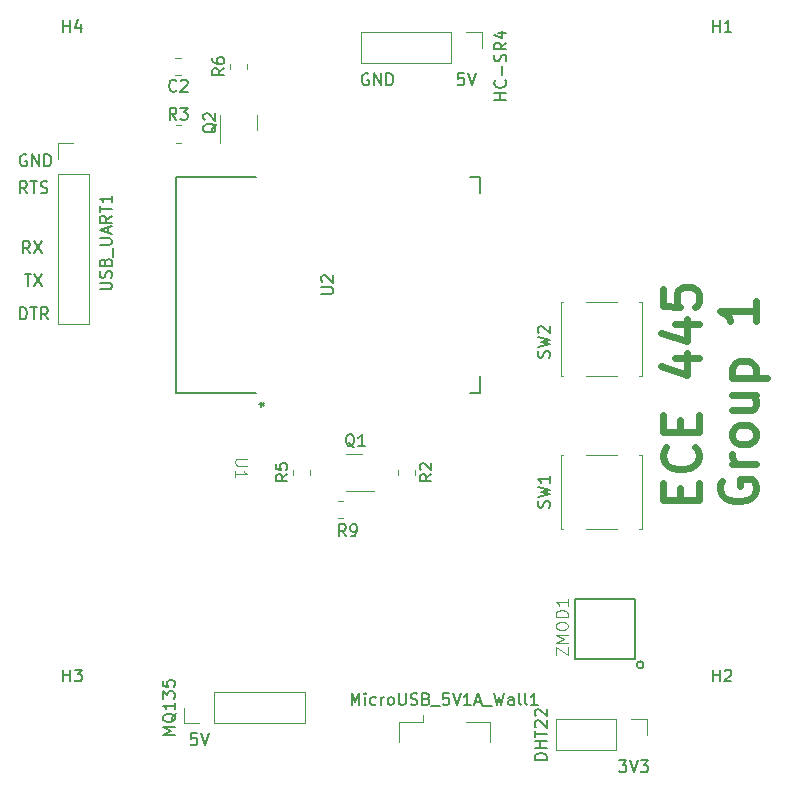
<source format=gbr>
%TF.GenerationSoftware,KiCad,Pcbnew,7.0.10*%
%TF.CreationDate,2024-02-24T20:42:51-06:00*%
%TF.ProjectId,ESP32,45535033-322e-46b6-9963-61645f706362,rev?*%
%TF.SameCoordinates,Original*%
%TF.FileFunction,Legend,Top*%
%TF.FilePolarity,Positive*%
%FSLAX46Y46*%
G04 Gerber Fmt 4.6, Leading zero omitted, Abs format (unit mm)*
G04 Created by KiCad (PCBNEW 7.0.10) date 2024-02-24 20:42:51*
%MOMM*%
%LPD*%
G01*
G04 APERTURE LIST*
%ADD10C,0.600000*%
%ADD11C,0.150000*%
%ADD12C,0.100000*%
%ADD13C,0.120000*%
%ADD14C,0.152400*%
G04 APERTURE END LIST*
D10*
X135948228Y-108872978D02*
X135948228Y-107872978D01*
X137519657Y-107444406D02*
X137519657Y-108872978D01*
X137519657Y-108872978D02*
X134519657Y-108872978D01*
X134519657Y-108872978D02*
X134519657Y-107444406D01*
X137233942Y-104444406D02*
X137376800Y-104587263D01*
X137376800Y-104587263D02*
X137519657Y-105015835D01*
X137519657Y-105015835D02*
X137519657Y-105301549D01*
X137519657Y-105301549D02*
X137376800Y-105730120D01*
X137376800Y-105730120D02*
X137091085Y-106015835D01*
X137091085Y-106015835D02*
X136805371Y-106158692D01*
X136805371Y-106158692D02*
X136233942Y-106301549D01*
X136233942Y-106301549D02*
X135805371Y-106301549D01*
X135805371Y-106301549D02*
X135233942Y-106158692D01*
X135233942Y-106158692D02*
X134948228Y-106015835D01*
X134948228Y-106015835D02*
X134662514Y-105730120D01*
X134662514Y-105730120D02*
X134519657Y-105301549D01*
X134519657Y-105301549D02*
X134519657Y-105015835D01*
X134519657Y-105015835D02*
X134662514Y-104587263D01*
X134662514Y-104587263D02*
X134805371Y-104444406D01*
X135948228Y-103158692D02*
X135948228Y-102158692D01*
X137519657Y-101730120D02*
X137519657Y-103158692D01*
X137519657Y-103158692D02*
X134519657Y-103158692D01*
X134519657Y-103158692D02*
X134519657Y-101730120D01*
X135519657Y-96872978D02*
X137519657Y-96872978D01*
X134376800Y-97587263D02*
X136519657Y-98301549D01*
X136519657Y-98301549D02*
X136519657Y-96444406D01*
X135519657Y-94015835D02*
X137519657Y-94015835D01*
X134376800Y-94730120D02*
X136519657Y-95444406D01*
X136519657Y-95444406D02*
X136519657Y-93587263D01*
X134519657Y-91015834D02*
X134519657Y-92444406D01*
X134519657Y-92444406D02*
X135948228Y-92587263D01*
X135948228Y-92587263D02*
X135805371Y-92444406D01*
X135805371Y-92444406D02*
X135662514Y-92158692D01*
X135662514Y-92158692D02*
X135662514Y-91444406D01*
X135662514Y-91444406D02*
X135805371Y-91158692D01*
X135805371Y-91158692D02*
X135948228Y-91015834D01*
X135948228Y-91015834D02*
X136233942Y-90872977D01*
X136233942Y-90872977D02*
X136948228Y-90872977D01*
X136948228Y-90872977D02*
X137233942Y-91015834D01*
X137233942Y-91015834D02*
X137376800Y-91158692D01*
X137376800Y-91158692D02*
X137519657Y-91444406D01*
X137519657Y-91444406D02*
X137519657Y-92158692D01*
X137519657Y-92158692D02*
X137376800Y-92444406D01*
X137376800Y-92444406D02*
X137233942Y-92587263D01*
X139492514Y-107301549D02*
X139349657Y-107587264D01*
X139349657Y-107587264D02*
X139349657Y-108015835D01*
X139349657Y-108015835D02*
X139492514Y-108444406D01*
X139492514Y-108444406D02*
X139778228Y-108730121D01*
X139778228Y-108730121D02*
X140063942Y-108872978D01*
X140063942Y-108872978D02*
X140635371Y-109015835D01*
X140635371Y-109015835D02*
X141063942Y-109015835D01*
X141063942Y-109015835D02*
X141635371Y-108872978D01*
X141635371Y-108872978D02*
X141921085Y-108730121D01*
X141921085Y-108730121D02*
X142206800Y-108444406D01*
X142206800Y-108444406D02*
X142349657Y-108015835D01*
X142349657Y-108015835D02*
X142349657Y-107730121D01*
X142349657Y-107730121D02*
X142206800Y-107301549D01*
X142206800Y-107301549D02*
X142063942Y-107158692D01*
X142063942Y-107158692D02*
X141063942Y-107158692D01*
X141063942Y-107158692D02*
X141063942Y-107730121D01*
X142349657Y-105872978D02*
X140349657Y-105872978D01*
X140921085Y-105872978D02*
X140635371Y-105730121D01*
X140635371Y-105730121D02*
X140492514Y-105587264D01*
X140492514Y-105587264D02*
X140349657Y-105301549D01*
X140349657Y-105301549D02*
X140349657Y-105015835D01*
X142349657Y-103587263D02*
X142206800Y-103872978D01*
X142206800Y-103872978D02*
X142063942Y-104015835D01*
X142063942Y-104015835D02*
X141778228Y-104158692D01*
X141778228Y-104158692D02*
X140921085Y-104158692D01*
X140921085Y-104158692D02*
X140635371Y-104015835D01*
X140635371Y-104015835D02*
X140492514Y-103872978D01*
X140492514Y-103872978D02*
X140349657Y-103587263D01*
X140349657Y-103587263D02*
X140349657Y-103158692D01*
X140349657Y-103158692D02*
X140492514Y-102872978D01*
X140492514Y-102872978D02*
X140635371Y-102730121D01*
X140635371Y-102730121D02*
X140921085Y-102587263D01*
X140921085Y-102587263D02*
X141778228Y-102587263D01*
X141778228Y-102587263D02*
X142063942Y-102730121D01*
X142063942Y-102730121D02*
X142206800Y-102872978D01*
X142206800Y-102872978D02*
X142349657Y-103158692D01*
X142349657Y-103158692D02*
X142349657Y-103587263D01*
X140349657Y-100015835D02*
X142349657Y-100015835D01*
X140349657Y-101301549D02*
X141921085Y-101301549D01*
X141921085Y-101301549D02*
X142206800Y-101158692D01*
X142206800Y-101158692D02*
X142349657Y-100872977D01*
X142349657Y-100872977D02*
X142349657Y-100444406D01*
X142349657Y-100444406D02*
X142206800Y-100158692D01*
X142206800Y-100158692D02*
X142063942Y-100015835D01*
X140349657Y-98587263D02*
X143349657Y-98587263D01*
X140492514Y-98587263D02*
X140349657Y-98301549D01*
X140349657Y-98301549D02*
X140349657Y-97730120D01*
X140349657Y-97730120D02*
X140492514Y-97444406D01*
X140492514Y-97444406D02*
X140635371Y-97301549D01*
X140635371Y-97301549D02*
X140921085Y-97158691D01*
X140921085Y-97158691D02*
X141778228Y-97158691D01*
X141778228Y-97158691D02*
X142063942Y-97301549D01*
X142063942Y-97301549D02*
X142206800Y-97444406D01*
X142206800Y-97444406D02*
X142349657Y-97730120D01*
X142349657Y-97730120D02*
X142349657Y-98301549D01*
X142349657Y-98301549D02*
X142206800Y-98587263D01*
X142349657Y-92015834D02*
X142349657Y-93730120D01*
X142349657Y-92872977D02*
X139349657Y-92872977D01*
X139349657Y-92872977D02*
X139778228Y-93158691D01*
X139778228Y-93158691D02*
X140063942Y-93444406D01*
X140063942Y-93444406D02*
X140206800Y-93730120D01*
D11*
X130797541Y-130949819D02*
X131416588Y-130949819D01*
X131416588Y-130949819D02*
X131083255Y-131330771D01*
X131083255Y-131330771D02*
X131226112Y-131330771D01*
X131226112Y-131330771D02*
X131321350Y-131378390D01*
X131321350Y-131378390D02*
X131368969Y-131426009D01*
X131368969Y-131426009D02*
X131416588Y-131521247D01*
X131416588Y-131521247D02*
X131416588Y-131759342D01*
X131416588Y-131759342D02*
X131368969Y-131854580D01*
X131368969Y-131854580D02*
X131321350Y-131902200D01*
X131321350Y-131902200D02*
X131226112Y-131949819D01*
X131226112Y-131949819D02*
X130940398Y-131949819D01*
X130940398Y-131949819D02*
X130845160Y-131902200D01*
X130845160Y-131902200D02*
X130797541Y-131854580D01*
X131702303Y-130949819D02*
X132035636Y-131949819D01*
X132035636Y-131949819D02*
X132368969Y-130949819D01*
X132607065Y-130949819D02*
X133226112Y-130949819D01*
X133226112Y-130949819D02*
X132892779Y-131330771D01*
X132892779Y-131330771D02*
X133035636Y-131330771D01*
X133035636Y-131330771D02*
X133130874Y-131378390D01*
X133130874Y-131378390D02*
X133178493Y-131426009D01*
X133178493Y-131426009D02*
X133226112Y-131521247D01*
X133226112Y-131521247D02*
X133226112Y-131759342D01*
X133226112Y-131759342D02*
X133178493Y-131854580D01*
X133178493Y-131854580D02*
X133130874Y-131902200D01*
X133130874Y-131902200D02*
X133035636Y-131949819D01*
X133035636Y-131949819D02*
X132749922Y-131949819D01*
X132749922Y-131949819D02*
X132654684Y-131902200D01*
X132654684Y-131902200D02*
X132607065Y-131854580D01*
X95046969Y-128663819D02*
X94570779Y-128663819D01*
X94570779Y-128663819D02*
X94523160Y-129140009D01*
X94523160Y-129140009D02*
X94570779Y-129092390D01*
X94570779Y-129092390D02*
X94666017Y-129044771D01*
X94666017Y-129044771D02*
X94904112Y-129044771D01*
X94904112Y-129044771D02*
X94999350Y-129092390D01*
X94999350Y-129092390D02*
X95046969Y-129140009D01*
X95046969Y-129140009D02*
X95094588Y-129235247D01*
X95094588Y-129235247D02*
X95094588Y-129473342D01*
X95094588Y-129473342D02*
X95046969Y-129568580D01*
X95046969Y-129568580D02*
X94999350Y-129616200D01*
X94999350Y-129616200D02*
X94904112Y-129663819D01*
X94904112Y-129663819D02*
X94666017Y-129663819D01*
X94666017Y-129663819D02*
X94570779Y-129616200D01*
X94570779Y-129616200D02*
X94523160Y-129568580D01*
X95380303Y-128663819D02*
X95713636Y-129663819D01*
X95713636Y-129663819D02*
X96046969Y-128663819D01*
X117652969Y-72783819D02*
X117176779Y-72783819D01*
X117176779Y-72783819D02*
X117129160Y-73260009D01*
X117129160Y-73260009D02*
X117176779Y-73212390D01*
X117176779Y-73212390D02*
X117272017Y-73164771D01*
X117272017Y-73164771D02*
X117510112Y-73164771D01*
X117510112Y-73164771D02*
X117605350Y-73212390D01*
X117605350Y-73212390D02*
X117652969Y-73260009D01*
X117652969Y-73260009D02*
X117700588Y-73355247D01*
X117700588Y-73355247D02*
X117700588Y-73593342D01*
X117700588Y-73593342D02*
X117652969Y-73688580D01*
X117652969Y-73688580D02*
X117605350Y-73736200D01*
X117605350Y-73736200D02*
X117510112Y-73783819D01*
X117510112Y-73783819D02*
X117272017Y-73783819D01*
X117272017Y-73783819D02*
X117176779Y-73736200D01*
X117176779Y-73736200D02*
X117129160Y-73688580D01*
X117986303Y-72783819D02*
X118319636Y-73783819D01*
X118319636Y-73783819D02*
X118652969Y-72783819D01*
X109572588Y-72831438D02*
X109477350Y-72783819D01*
X109477350Y-72783819D02*
X109334493Y-72783819D01*
X109334493Y-72783819D02*
X109191636Y-72831438D01*
X109191636Y-72831438D02*
X109096398Y-72926676D01*
X109096398Y-72926676D02*
X109048779Y-73021914D01*
X109048779Y-73021914D02*
X109001160Y-73212390D01*
X109001160Y-73212390D02*
X109001160Y-73355247D01*
X109001160Y-73355247D02*
X109048779Y-73545723D01*
X109048779Y-73545723D02*
X109096398Y-73640961D01*
X109096398Y-73640961D02*
X109191636Y-73736200D01*
X109191636Y-73736200D02*
X109334493Y-73783819D01*
X109334493Y-73783819D02*
X109429731Y-73783819D01*
X109429731Y-73783819D02*
X109572588Y-73736200D01*
X109572588Y-73736200D02*
X109620207Y-73688580D01*
X109620207Y-73688580D02*
X109620207Y-73355247D01*
X109620207Y-73355247D02*
X109429731Y-73355247D01*
X110048779Y-73783819D02*
X110048779Y-72783819D01*
X110048779Y-72783819D02*
X110620207Y-73783819D01*
X110620207Y-73783819D02*
X110620207Y-72783819D01*
X111096398Y-73783819D02*
X111096398Y-72783819D01*
X111096398Y-72783819D02*
X111334493Y-72783819D01*
X111334493Y-72783819D02*
X111477350Y-72831438D01*
X111477350Y-72831438D02*
X111572588Y-72926676D01*
X111572588Y-72926676D02*
X111620207Y-73021914D01*
X111620207Y-73021914D02*
X111667826Y-73212390D01*
X111667826Y-73212390D02*
X111667826Y-73355247D01*
X111667826Y-73355247D02*
X111620207Y-73545723D01*
X111620207Y-73545723D02*
X111572588Y-73640961D01*
X111572588Y-73640961D02*
X111477350Y-73736200D01*
X111477350Y-73736200D02*
X111334493Y-73783819D01*
X111334493Y-73783819D02*
X111096398Y-73783819D01*
X80616588Y-79689438D02*
X80521350Y-79641819D01*
X80521350Y-79641819D02*
X80378493Y-79641819D01*
X80378493Y-79641819D02*
X80235636Y-79689438D01*
X80235636Y-79689438D02*
X80140398Y-79784676D01*
X80140398Y-79784676D02*
X80092779Y-79879914D01*
X80092779Y-79879914D02*
X80045160Y-80070390D01*
X80045160Y-80070390D02*
X80045160Y-80213247D01*
X80045160Y-80213247D02*
X80092779Y-80403723D01*
X80092779Y-80403723D02*
X80140398Y-80498961D01*
X80140398Y-80498961D02*
X80235636Y-80594200D01*
X80235636Y-80594200D02*
X80378493Y-80641819D01*
X80378493Y-80641819D02*
X80473731Y-80641819D01*
X80473731Y-80641819D02*
X80616588Y-80594200D01*
X80616588Y-80594200D02*
X80664207Y-80546580D01*
X80664207Y-80546580D02*
X80664207Y-80213247D01*
X80664207Y-80213247D02*
X80473731Y-80213247D01*
X81092779Y-80641819D02*
X81092779Y-79641819D01*
X81092779Y-79641819D02*
X81664207Y-80641819D01*
X81664207Y-80641819D02*
X81664207Y-79641819D01*
X82140398Y-80641819D02*
X82140398Y-79641819D01*
X82140398Y-79641819D02*
X82378493Y-79641819D01*
X82378493Y-79641819D02*
X82521350Y-79689438D01*
X82521350Y-79689438D02*
X82616588Y-79784676D01*
X82616588Y-79784676D02*
X82664207Y-79879914D01*
X82664207Y-79879914D02*
X82711826Y-80070390D01*
X82711826Y-80070390D02*
X82711826Y-80213247D01*
X82711826Y-80213247D02*
X82664207Y-80403723D01*
X82664207Y-80403723D02*
X82616588Y-80498961D01*
X82616588Y-80498961D02*
X82521350Y-80594200D01*
X82521350Y-80594200D02*
X82378493Y-80641819D01*
X82378493Y-80641819D02*
X82140398Y-80641819D01*
X80092779Y-93595819D02*
X80092779Y-92595819D01*
X80092779Y-92595819D02*
X80330874Y-92595819D01*
X80330874Y-92595819D02*
X80473731Y-92643438D01*
X80473731Y-92643438D02*
X80568969Y-92738676D01*
X80568969Y-92738676D02*
X80616588Y-92833914D01*
X80616588Y-92833914D02*
X80664207Y-93024390D01*
X80664207Y-93024390D02*
X80664207Y-93167247D01*
X80664207Y-93167247D02*
X80616588Y-93357723D01*
X80616588Y-93357723D02*
X80568969Y-93452961D01*
X80568969Y-93452961D02*
X80473731Y-93548200D01*
X80473731Y-93548200D02*
X80330874Y-93595819D01*
X80330874Y-93595819D02*
X80092779Y-93595819D01*
X80949922Y-92595819D02*
X81521350Y-92595819D01*
X81235636Y-93595819D02*
X81235636Y-92595819D01*
X82426112Y-93595819D02*
X82092779Y-93119628D01*
X81854684Y-93595819D02*
X81854684Y-92595819D01*
X81854684Y-92595819D02*
X82235636Y-92595819D01*
X82235636Y-92595819D02*
X82330874Y-92643438D01*
X82330874Y-92643438D02*
X82378493Y-92691057D01*
X82378493Y-92691057D02*
X82426112Y-92786295D01*
X82426112Y-92786295D02*
X82426112Y-92929152D01*
X82426112Y-92929152D02*
X82378493Y-93024390D01*
X82378493Y-93024390D02*
X82330874Y-93072009D01*
X82330874Y-93072009D02*
X82235636Y-93119628D01*
X82235636Y-93119628D02*
X81854684Y-93119628D01*
X80457922Y-89801819D02*
X81029350Y-89801819D01*
X80743636Y-90801819D02*
X80743636Y-89801819D01*
X81267446Y-89801819D02*
X81934112Y-90801819D01*
X81934112Y-89801819D02*
X81267446Y-90801819D01*
X80918207Y-88007819D02*
X80584874Y-87531628D01*
X80346779Y-88007819D02*
X80346779Y-87007819D01*
X80346779Y-87007819D02*
X80727731Y-87007819D01*
X80727731Y-87007819D02*
X80822969Y-87055438D01*
X80822969Y-87055438D02*
X80870588Y-87103057D01*
X80870588Y-87103057D02*
X80918207Y-87198295D01*
X80918207Y-87198295D02*
X80918207Y-87341152D01*
X80918207Y-87341152D02*
X80870588Y-87436390D01*
X80870588Y-87436390D02*
X80822969Y-87484009D01*
X80822969Y-87484009D02*
X80727731Y-87531628D01*
X80727731Y-87531628D02*
X80346779Y-87531628D01*
X81251541Y-87007819D02*
X81918207Y-88007819D01*
X81918207Y-87007819D02*
X81251541Y-88007819D01*
X80664207Y-82927819D02*
X80330874Y-82451628D01*
X80092779Y-82927819D02*
X80092779Y-81927819D01*
X80092779Y-81927819D02*
X80473731Y-81927819D01*
X80473731Y-81927819D02*
X80568969Y-81975438D01*
X80568969Y-81975438D02*
X80616588Y-82023057D01*
X80616588Y-82023057D02*
X80664207Y-82118295D01*
X80664207Y-82118295D02*
X80664207Y-82261152D01*
X80664207Y-82261152D02*
X80616588Y-82356390D01*
X80616588Y-82356390D02*
X80568969Y-82404009D01*
X80568969Y-82404009D02*
X80473731Y-82451628D01*
X80473731Y-82451628D02*
X80092779Y-82451628D01*
X80949922Y-81927819D02*
X81521350Y-81927819D01*
X81235636Y-82927819D02*
X81235636Y-81927819D01*
X81807065Y-82880200D02*
X81949922Y-82927819D01*
X81949922Y-82927819D02*
X82188017Y-82927819D01*
X82188017Y-82927819D02*
X82283255Y-82880200D01*
X82283255Y-82880200D02*
X82330874Y-82832580D01*
X82330874Y-82832580D02*
X82378493Y-82737342D01*
X82378493Y-82737342D02*
X82378493Y-82642104D01*
X82378493Y-82642104D02*
X82330874Y-82546866D01*
X82330874Y-82546866D02*
X82283255Y-82499247D01*
X82283255Y-82499247D02*
X82188017Y-82451628D01*
X82188017Y-82451628D02*
X81997541Y-82404009D01*
X81997541Y-82404009D02*
X81902303Y-82356390D01*
X81902303Y-82356390D02*
X81854684Y-82308771D01*
X81854684Y-82308771D02*
X81807065Y-82213533D01*
X81807065Y-82213533D02*
X81807065Y-82118295D01*
X81807065Y-82118295D02*
X81854684Y-82023057D01*
X81854684Y-82023057D02*
X81902303Y-81975438D01*
X81902303Y-81975438D02*
X81997541Y-81927819D01*
X81997541Y-81927819D02*
X82235636Y-81927819D01*
X82235636Y-81927819D02*
X82378493Y-81975438D01*
X108142856Y-126254819D02*
X108142856Y-125254819D01*
X108142856Y-125254819D02*
X108476189Y-125969104D01*
X108476189Y-125969104D02*
X108809522Y-125254819D01*
X108809522Y-125254819D02*
X108809522Y-126254819D01*
X109285713Y-126254819D02*
X109285713Y-125588152D01*
X109285713Y-125254819D02*
X109238094Y-125302438D01*
X109238094Y-125302438D02*
X109285713Y-125350057D01*
X109285713Y-125350057D02*
X109333332Y-125302438D01*
X109333332Y-125302438D02*
X109285713Y-125254819D01*
X109285713Y-125254819D02*
X109285713Y-125350057D01*
X110190474Y-126207200D02*
X110095236Y-126254819D01*
X110095236Y-126254819D02*
X109904760Y-126254819D01*
X109904760Y-126254819D02*
X109809522Y-126207200D01*
X109809522Y-126207200D02*
X109761903Y-126159580D01*
X109761903Y-126159580D02*
X109714284Y-126064342D01*
X109714284Y-126064342D02*
X109714284Y-125778628D01*
X109714284Y-125778628D02*
X109761903Y-125683390D01*
X109761903Y-125683390D02*
X109809522Y-125635771D01*
X109809522Y-125635771D02*
X109904760Y-125588152D01*
X109904760Y-125588152D02*
X110095236Y-125588152D01*
X110095236Y-125588152D02*
X110190474Y-125635771D01*
X110619046Y-126254819D02*
X110619046Y-125588152D01*
X110619046Y-125778628D02*
X110666665Y-125683390D01*
X110666665Y-125683390D02*
X110714284Y-125635771D01*
X110714284Y-125635771D02*
X110809522Y-125588152D01*
X110809522Y-125588152D02*
X110904760Y-125588152D01*
X111380951Y-126254819D02*
X111285713Y-126207200D01*
X111285713Y-126207200D02*
X111238094Y-126159580D01*
X111238094Y-126159580D02*
X111190475Y-126064342D01*
X111190475Y-126064342D02*
X111190475Y-125778628D01*
X111190475Y-125778628D02*
X111238094Y-125683390D01*
X111238094Y-125683390D02*
X111285713Y-125635771D01*
X111285713Y-125635771D02*
X111380951Y-125588152D01*
X111380951Y-125588152D02*
X111523808Y-125588152D01*
X111523808Y-125588152D02*
X111619046Y-125635771D01*
X111619046Y-125635771D02*
X111666665Y-125683390D01*
X111666665Y-125683390D02*
X111714284Y-125778628D01*
X111714284Y-125778628D02*
X111714284Y-126064342D01*
X111714284Y-126064342D02*
X111666665Y-126159580D01*
X111666665Y-126159580D02*
X111619046Y-126207200D01*
X111619046Y-126207200D02*
X111523808Y-126254819D01*
X111523808Y-126254819D02*
X111380951Y-126254819D01*
X112142856Y-125254819D02*
X112142856Y-126064342D01*
X112142856Y-126064342D02*
X112190475Y-126159580D01*
X112190475Y-126159580D02*
X112238094Y-126207200D01*
X112238094Y-126207200D02*
X112333332Y-126254819D01*
X112333332Y-126254819D02*
X112523808Y-126254819D01*
X112523808Y-126254819D02*
X112619046Y-126207200D01*
X112619046Y-126207200D02*
X112666665Y-126159580D01*
X112666665Y-126159580D02*
X112714284Y-126064342D01*
X112714284Y-126064342D02*
X112714284Y-125254819D01*
X113142856Y-126207200D02*
X113285713Y-126254819D01*
X113285713Y-126254819D02*
X113523808Y-126254819D01*
X113523808Y-126254819D02*
X113619046Y-126207200D01*
X113619046Y-126207200D02*
X113666665Y-126159580D01*
X113666665Y-126159580D02*
X113714284Y-126064342D01*
X113714284Y-126064342D02*
X113714284Y-125969104D01*
X113714284Y-125969104D02*
X113666665Y-125873866D01*
X113666665Y-125873866D02*
X113619046Y-125826247D01*
X113619046Y-125826247D02*
X113523808Y-125778628D01*
X113523808Y-125778628D02*
X113333332Y-125731009D01*
X113333332Y-125731009D02*
X113238094Y-125683390D01*
X113238094Y-125683390D02*
X113190475Y-125635771D01*
X113190475Y-125635771D02*
X113142856Y-125540533D01*
X113142856Y-125540533D02*
X113142856Y-125445295D01*
X113142856Y-125445295D02*
X113190475Y-125350057D01*
X113190475Y-125350057D02*
X113238094Y-125302438D01*
X113238094Y-125302438D02*
X113333332Y-125254819D01*
X113333332Y-125254819D02*
X113571427Y-125254819D01*
X113571427Y-125254819D02*
X113714284Y-125302438D01*
X114476189Y-125731009D02*
X114619046Y-125778628D01*
X114619046Y-125778628D02*
X114666665Y-125826247D01*
X114666665Y-125826247D02*
X114714284Y-125921485D01*
X114714284Y-125921485D02*
X114714284Y-126064342D01*
X114714284Y-126064342D02*
X114666665Y-126159580D01*
X114666665Y-126159580D02*
X114619046Y-126207200D01*
X114619046Y-126207200D02*
X114523808Y-126254819D01*
X114523808Y-126254819D02*
X114142856Y-126254819D01*
X114142856Y-126254819D02*
X114142856Y-125254819D01*
X114142856Y-125254819D02*
X114476189Y-125254819D01*
X114476189Y-125254819D02*
X114571427Y-125302438D01*
X114571427Y-125302438D02*
X114619046Y-125350057D01*
X114619046Y-125350057D02*
X114666665Y-125445295D01*
X114666665Y-125445295D02*
X114666665Y-125540533D01*
X114666665Y-125540533D02*
X114619046Y-125635771D01*
X114619046Y-125635771D02*
X114571427Y-125683390D01*
X114571427Y-125683390D02*
X114476189Y-125731009D01*
X114476189Y-125731009D02*
X114142856Y-125731009D01*
X114904761Y-126350057D02*
X115666665Y-126350057D01*
X116380951Y-125254819D02*
X115904761Y-125254819D01*
X115904761Y-125254819D02*
X115857142Y-125731009D01*
X115857142Y-125731009D02*
X115904761Y-125683390D01*
X115904761Y-125683390D02*
X115999999Y-125635771D01*
X115999999Y-125635771D02*
X116238094Y-125635771D01*
X116238094Y-125635771D02*
X116333332Y-125683390D01*
X116333332Y-125683390D02*
X116380951Y-125731009D01*
X116380951Y-125731009D02*
X116428570Y-125826247D01*
X116428570Y-125826247D02*
X116428570Y-126064342D01*
X116428570Y-126064342D02*
X116380951Y-126159580D01*
X116380951Y-126159580D02*
X116333332Y-126207200D01*
X116333332Y-126207200D02*
X116238094Y-126254819D01*
X116238094Y-126254819D02*
X115999999Y-126254819D01*
X115999999Y-126254819D02*
X115904761Y-126207200D01*
X115904761Y-126207200D02*
X115857142Y-126159580D01*
X116714285Y-125254819D02*
X117047618Y-126254819D01*
X117047618Y-126254819D02*
X117380951Y-125254819D01*
X118238094Y-126254819D02*
X117666666Y-126254819D01*
X117952380Y-126254819D02*
X117952380Y-125254819D01*
X117952380Y-125254819D02*
X117857142Y-125397676D01*
X117857142Y-125397676D02*
X117761904Y-125492914D01*
X117761904Y-125492914D02*
X117666666Y-125540533D01*
X118619047Y-125969104D02*
X119095237Y-125969104D01*
X118523809Y-126254819D02*
X118857142Y-125254819D01*
X118857142Y-125254819D02*
X119190475Y-126254819D01*
X119285714Y-126350057D02*
X120047618Y-126350057D01*
X120190476Y-125254819D02*
X120428571Y-126254819D01*
X120428571Y-126254819D02*
X120619047Y-125540533D01*
X120619047Y-125540533D02*
X120809523Y-126254819D01*
X120809523Y-126254819D02*
X121047619Y-125254819D01*
X121857142Y-126254819D02*
X121857142Y-125731009D01*
X121857142Y-125731009D02*
X121809523Y-125635771D01*
X121809523Y-125635771D02*
X121714285Y-125588152D01*
X121714285Y-125588152D02*
X121523809Y-125588152D01*
X121523809Y-125588152D02*
X121428571Y-125635771D01*
X121857142Y-126207200D02*
X121761904Y-126254819D01*
X121761904Y-126254819D02*
X121523809Y-126254819D01*
X121523809Y-126254819D02*
X121428571Y-126207200D01*
X121428571Y-126207200D02*
X121380952Y-126111961D01*
X121380952Y-126111961D02*
X121380952Y-126016723D01*
X121380952Y-126016723D02*
X121428571Y-125921485D01*
X121428571Y-125921485D02*
X121523809Y-125873866D01*
X121523809Y-125873866D02*
X121761904Y-125873866D01*
X121761904Y-125873866D02*
X121857142Y-125826247D01*
X122476190Y-126254819D02*
X122380952Y-126207200D01*
X122380952Y-126207200D02*
X122333333Y-126111961D01*
X122333333Y-126111961D02*
X122333333Y-125254819D01*
X123000000Y-126254819D02*
X122904762Y-126207200D01*
X122904762Y-126207200D02*
X122857143Y-126111961D01*
X122857143Y-126111961D02*
X122857143Y-125254819D01*
X123904762Y-126254819D02*
X123333334Y-126254819D01*
X123619048Y-126254819D02*
X123619048Y-125254819D01*
X123619048Y-125254819D02*
X123523810Y-125397676D01*
X123523810Y-125397676D02*
X123428572Y-125492914D01*
X123428572Y-125492914D02*
X123333334Y-125540533D01*
X83738095Y-69254819D02*
X83738095Y-68254819D01*
X83738095Y-68731009D02*
X84309523Y-68731009D01*
X84309523Y-69254819D02*
X84309523Y-68254819D01*
X85214285Y-68588152D02*
X85214285Y-69254819D01*
X84976190Y-68207200D02*
X84738095Y-68921485D01*
X84738095Y-68921485D02*
X85357142Y-68921485D01*
X83738095Y-124254819D02*
X83738095Y-123254819D01*
X83738095Y-123731009D02*
X84309523Y-123731009D01*
X84309523Y-124254819D02*
X84309523Y-123254819D01*
X84690476Y-123254819D02*
X85309523Y-123254819D01*
X85309523Y-123254819D02*
X84976190Y-123635771D01*
X84976190Y-123635771D02*
X85119047Y-123635771D01*
X85119047Y-123635771D02*
X85214285Y-123683390D01*
X85214285Y-123683390D02*
X85261904Y-123731009D01*
X85261904Y-123731009D02*
X85309523Y-123826247D01*
X85309523Y-123826247D02*
X85309523Y-124064342D01*
X85309523Y-124064342D02*
X85261904Y-124159580D01*
X85261904Y-124159580D02*
X85214285Y-124207200D01*
X85214285Y-124207200D02*
X85119047Y-124254819D01*
X85119047Y-124254819D02*
X84833333Y-124254819D01*
X84833333Y-124254819D02*
X84738095Y-124207200D01*
X84738095Y-124207200D02*
X84690476Y-124159580D01*
X138738095Y-124254819D02*
X138738095Y-123254819D01*
X138738095Y-123731009D02*
X139309523Y-123731009D01*
X139309523Y-124254819D02*
X139309523Y-123254819D01*
X139738095Y-123350057D02*
X139785714Y-123302438D01*
X139785714Y-123302438D02*
X139880952Y-123254819D01*
X139880952Y-123254819D02*
X140119047Y-123254819D01*
X140119047Y-123254819D02*
X140214285Y-123302438D01*
X140214285Y-123302438D02*
X140261904Y-123350057D01*
X140261904Y-123350057D02*
X140309523Y-123445295D01*
X140309523Y-123445295D02*
X140309523Y-123540533D01*
X140309523Y-123540533D02*
X140261904Y-123683390D01*
X140261904Y-123683390D02*
X139690476Y-124254819D01*
X139690476Y-124254819D02*
X140309523Y-124254819D01*
X138738095Y-69254819D02*
X138738095Y-68254819D01*
X138738095Y-68731009D02*
X139309523Y-68731009D01*
X139309523Y-69254819D02*
X139309523Y-68254819D01*
X140309523Y-69254819D02*
X139738095Y-69254819D01*
X140023809Y-69254819D02*
X140023809Y-68254819D01*
X140023809Y-68254819D02*
X139928571Y-68397676D01*
X139928571Y-68397676D02*
X139833333Y-68492914D01*
X139833333Y-68492914D02*
X139738095Y-68540533D01*
X124660819Y-130897047D02*
X123660819Y-130897047D01*
X123660819Y-130897047D02*
X123660819Y-130658952D01*
X123660819Y-130658952D02*
X123708438Y-130516095D01*
X123708438Y-130516095D02*
X123803676Y-130420857D01*
X123803676Y-130420857D02*
X123898914Y-130373238D01*
X123898914Y-130373238D02*
X124089390Y-130325619D01*
X124089390Y-130325619D02*
X124232247Y-130325619D01*
X124232247Y-130325619D02*
X124422723Y-130373238D01*
X124422723Y-130373238D02*
X124517961Y-130420857D01*
X124517961Y-130420857D02*
X124613200Y-130516095D01*
X124613200Y-130516095D02*
X124660819Y-130658952D01*
X124660819Y-130658952D02*
X124660819Y-130897047D01*
X124660819Y-129897047D02*
X123660819Y-129897047D01*
X124137009Y-129897047D02*
X124137009Y-129325619D01*
X124660819Y-129325619D02*
X123660819Y-129325619D01*
X123660819Y-128992285D02*
X123660819Y-128420857D01*
X124660819Y-128706571D02*
X123660819Y-128706571D01*
X123756057Y-128135142D02*
X123708438Y-128087523D01*
X123708438Y-128087523D02*
X123660819Y-127992285D01*
X123660819Y-127992285D02*
X123660819Y-127754190D01*
X123660819Y-127754190D02*
X123708438Y-127658952D01*
X123708438Y-127658952D02*
X123756057Y-127611333D01*
X123756057Y-127611333D02*
X123851295Y-127563714D01*
X123851295Y-127563714D02*
X123946533Y-127563714D01*
X123946533Y-127563714D02*
X124089390Y-127611333D01*
X124089390Y-127611333D02*
X124660819Y-128182761D01*
X124660819Y-128182761D02*
X124660819Y-127563714D01*
X123756057Y-127182761D02*
X123708438Y-127135142D01*
X123708438Y-127135142D02*
X123660819Y-127039904D01*
X123660819Y-127039904D02*
X123660819Y-126801809D01*
X123660819Y-126801809D02*
X123708438Y-126706571D01*
X123708438Y-126706571D02*
X123756057Y-126658952D01*
X123756057Y-126658952D02*
X123851295Y-126611333D01*
X123851295Y-126611333D02*
X123946533Y-126611333D01*
X123946533Y-126611333D02*
X124089390Y-126658952D01*
X124089390Y-126658952D02*
X124660819Y-127230380D01*
X124660819Y-127230380D02*
X124660819Y-126611333D01*
X102714319Y-106719666D02*
X102238128Y-107052999D01*
X102714319Y-107291094D02*
X101714319Y-107291094D01*
X101714319Y-107291094D02*
X101714319Y-106910142D01*
X101714319Y-106910142D02*
X101761938Y-106814904D01*
X101761938Y-106814904D02*
X101809557Y-106767285D01*
X101809557Y-106767285D02*
X101904795Y-106719666D01*
X101904795Y-106719666D02*
X102047652Y-106719666D01*
X102047652Y-106719666D02*
X102142890Y-106767285D01*
X102142890Y-106767285D02*
X102190509Y-106814904D01*
X102190509Y-106814904D02*
X102238128Y-106910142D01*
X102238128Y-106910142D02*
X102238128Y-107291094D01*
X101714319Y-105814904D02*
X101714319Y-106291094D01*
X101714319Y-106291094D02*
X102190509Y-106338713D01*
X102190509Y-106338713D02*
X102142890Y-106291094D01*
X102142890Y-106291094D02*
X102095271Y-106195856D01*
X102095271Y-106195856D02*
X102095271Y-105957761D01*
X102095271Y-105957761D02*
X102142890Y-105862523D01*
X102142890Y-105862523D02*
X102190509Y-105814904D01*
X102190509Y-105814904D02*
X102285747Y-105767285D01*
X102285747Y-105767285D02*
X102523842Y-105767285D01*
X102523842Y-105767285D02*
X102619080Y-105814904D01*
X102619080Y-105814904D02*
X102666700Y-105862523D01*
X102666700Y-105862523D02*
X102714319Y-105957761D01*
X102714319Y-105957761D02*
X102714319Y-106195856D01*
X102714319Y-106195856D02*
X102666700Y-106291094D01*
X102666700Y-106291094D02*
X102619080Y-106338713D01*
X96702057Y-77057238D02*
X96654438Y-77152476D01*
X96654438Y-77152476D02*
X96559200Y-77247714D01*
X96559200Y-77247714D02*
X96416342Y-77390571D01*
X96416342Y-77390571D02*
X96368723Y-77485809D01*
X96368723Y-77485809D02*
X96368723Y-77581047D01*
X96606819Y-77533428D02*
X96559200Y-77628666D01*
X96559200Y-77628666D02*
X96463961Y-77723904D01*
X96463961Y-77723904D02*
X96273485Y-77771523D01*
X96273485Y-77771523D02*
X95940152Y-77771523D01*
X95940152Y-77771523D02*
X95749676Y-77723904D01*
X95749676Y-77723904D02*
X95654438Y-77628666D01*
X95654438Y-77628666D02*
X95606819Y-77533428D01*
X95606819Y-77533428D02*
X95606819Y-77342952D01*
X95606819Y-77342952D02*
X95654438Y-77247714D01*
X95654438Y-77247714D02*
X95749676Y-77152476D01*
X95749676Y-77152476D02*
X95940152Y-77104857D01*
X95940152Y-77104857D02*
X96273485Y-77104857D01*
X96273485Y-77104857D02*
X96463961Y-77152476D01*
X96463961Y-77152476D02*
X96559200Y-77247714D01*
X96559200Y-77247714D02*
X96606819Y-77342952D01*
X96606819Y-77342952D02*
X96606819Y-77533428D01*
X95702057Y-76723904D02*
X95654438Y-76676285D01*
X95654438Y-76676285D02*
X95606819Y-76581047D01*
X95606819Y-76581047D02*
X95606819Y-76342952D01*
X95606819Y-76342952D02*
X95654438Y-76247714D01*
X95654438Y-76247714D02*
X95702057Y-76200095D01*
X95702057Y-76200095D02*
X95797295Y-76152476D01*
X95797295Y-76152476D02*
X95892533Y-76152476D01*
X95892533Y-76152476D02*
X96035390Y-76200095D01*
X96035390Y-76200095D02*
X96606819Y-76771523D01*
X96606819Y-76771523D02*
X96606819Y-76152476D01*
D12*
X125441419Y-122038761D02*
X125441419Y-121372095D01*
X125441419Y-121372095D02*
X126441419Y-122038761D01*
X126441419Y-122038761D02*
X126441419Y-121372095D01*
X126441419Y-120991142D02*
X125441419Y-120991142D01*
X125441419Y-120991142D02*
X126155704Y-120657809D01*
X126155704Y-120657809D02*
X125441419Y-120324476D01*
X125441419Y-120324476D02*
X126441419Y-120324476D01*
X125441419Y-119657809D02*
X125441419Y-119467333D01*
X125441419Y-119467333D02*
X125489038Y-119372095D01*
X125489038Y-119372095D02*
X125584276Y-119276857D01*
X125584276Y-119276857D02*
X125774752Y-119229238D01*
X125774752Y-119229238D02*
X126108085Y-119229238D01*
X126108085Y-119229238D02*
X126298561Y-119276857D01*
X126298561Y-119276857D02*
X126393800Y-119372095D01*
X126393800Y-119372095D02*
X126441419Y-119467333D01*
X126441419Y-119467333D02*
X126441419Y-119657809D01*
X126441419Y-119657809D02*
X126393800Y-119753047D01*
X126393800Y-119753047D02*
X126298561Y-119848285D01*
X126298561Y-119848285D02*
X126108085Y-119895904D01*
X126108085Y-119895904D02*
X125774752Y-119895904D01*
X125774752Y-119895904D02*
X125584276Y-119848285D01*
X125584276Y-119848285D02*
X125489038Y-119753047D01*
X125489038Y-119753047D02*
X125441419Y-119657809D01*
X126441419Y-118800666D02*
X125441419Y-118800666D01*
X125441419Y-118800666D02*
X125441419Y-118562571D01*
X125441419Y-118562571D02*
X125489038Y-118419714D01*
X125489038Y-118419714D02*
X125584276Y-118324476D01*
X125584276Y-118324476D02*
X125679514Y-118276857D01*
X125679514Y-118276857D02*
X125869990Y-118229238D01*
X125869990Y-118229238D02*
X126012847Y-118229238D01*
X126012847Y-118229238D02*
X126203323Y-118276857D01*
X126203323Y-118276857D02*
X126298561Y-118324476D01*
X126298561Y-118324476D02*
X126393800Y-118419714D01*
X126393800Y-118419714D02*
X126441419Y-118562571D01*
X126441419Y-118562571D02*
X126441419Y-118800666D01*
X126441419Y-117276857D02*
X126441419Y-117848285D01*
X126441419Y-117562571D02*
X125441419Y-117562571D01*
X125441419Y-117562571D02*
X125584276Y-117657809D01*
X125584276Y-117657809D02*
X125679514Y-117753047D01*
X125679514Y-117753047D02*
X125727133Y-117848285D01*
D11*
X105582819Y-91439904D02*
X106392342Y-91439904D01*
X106392342Y-91439904D02*
X106487580Y-91392285D01*
X106487580Y-91392285D02*
X106535200Y-91344666D01*
X106535200Y-91344666D02*
X106582819Y-91249428D01*
X106582819Y-91249428D02*
X106582819Y-91058952D01*
X106582819Y-91058952D02*
X106535200Y-90963714D01*
X106535200Y-90963714D02*
X106487580Y-90916095D01*
X106487580Y-90916095D02*
X106392342Y-90868476D01*
X106392342Y-90868476D02*
X105582819Y-90868476D01*
X105678057Y-90439904D02*
X105630438Y-90392285D01*
X105630438Y-90392285D02*
X105582819Y-90297047D01*
X105582819Y-90297047D02*
X105582819Y-90058952D01*
X105582819Y-90058952D02*
X105630438Y-89963714D01*
X105630438Y-89963714D02*
X105678057Y-89916095D01*
X105678057Y-89916095D02*
X105773295Y-89868476D01*
X105773295Y-89868476D02*
X105868533Y-89868476D01*
X105868533Y-89868476D02*
X106011390Y-89916095D01*
X106011390Y-89916095D02*
X106582819Y-90487523D01*
X106582819Y-90487523D02*
X106582819Y-89868476D01*
X100322819Y-100812299D02*
X100560914Y-100812299D01*
X100465676Y-101050394D02*
X100560914Y-100812299D01*
X100560914Y-100812299D02*
X100465676Y-100574204D01*
X100751390Y-100955156D02*
X100560914Y-100812299D01*
X100560914Y-100812299D02*
X100751390Y-100669442D01*
X100322819Y-100812299D02*
X100560914Y-100812299D01*
X100465676Y-101050394D02*
X100560914Y-100812299D01*
X100560914Y-100812299D02*
X100465676Y-100574204D01*
X100751390Y-100955156D02*
X100560914Y-100812299D01*
X100560914Y-100812299D02*
X100751390Y-100669442D01*
X107656333Y-111960819D02*
X107323000Y-111484628D01*
X107084905Y-111960819D02*
X107084905Y-110960819D01*
X107084905Y-110960819D02*
X107465857Y-110960819D01*
X107465857Y-110960819D02*
X107561095Y-111008438D01*
X107561095Y-111008438D02*
X107608714Y-111056057D01*
X107608714Y-111056057D02*
X107656333Y-111151295D01*
X107656333Y-111151295D02*
X107656333Y-111294152D01*
X107656333Y-111294152D02*
X107608714Y-111389390D01*
X107608714Y-111389390D02*
X107561095Y-111437009D01*
X107561095Y-111437009D02*
X107465857Y-111484628D01*
X107465857Y-111484628D02*
X107084905Y-111484628D01*
X108132524Y-111960819D02*
X108323000Y-111960819D01*
X108323000Y-111960819D02*
X108418238Y-111913200D01*
X108418238Y-111913200D02*
X108465857Y-111865580D01*
X108465857Y-111865580D02*
X108561095Y-111722723D01*
X108561095Y-111722723D02*
X108608714Y-111532247D01*
X108608714Y-111532247D02*
X108608714Y-111151295D01*
X108608714Y-111151295D02*
X108561095Y-111056057D01*
X108561095Y-111056057D02*
X108513476Y-111008438D01*
X108513476Y-111008438D02*
X108418238Y-110960819D01*
X108418238Y-110960819D02*
X108227762Y-110960819D01*
X108227762Y-110960819D02*
X108132524Y-111008438D01*
X108132524Y-111008438D02*
X108084905Y-111056057D01*
X108084905Y-111056057D02*
X108037286Y-111151295D01*
X108037286Y-111151295D02*
X108037286Y-111389390D01*
X108037286Y-111389390D02*
X108084905Y-111484628D01*
X108084905Y-111484628D02*
X108132524Y-111532247D01*
X108132524Y-111532247D02*
X108227762Y-111579866D01*
X108227762Y-111579866D02*
X108418238Y-111579866D01*
X108418238Y-111579866D02*
X108513476Y-111532247D01*
X108513476Y-111532247D02*
X108561095Y-111484628D01*
X108561095Y-111484628D02*
X108608714Y-111389390D01*
X97356819Y-72351166D02*
X96880628Y-72684499D01*
X97356819Y-72922594D02*
X96356819Y-72922594D01*
X96356819Y-72922594D02*
X96356819Y-72541642D01*
X96356819Y-72541642D02*
X96404438Y-72446404D01*
X96404438Y-72446404D02*
X96452057Y-72398785D01*
X96452057Y-72398785D02*
X96547295Y-72351166D01*
X96547295Y-72351166D02*
X96690152Y-72351166D01*
X96690152Y-72351166D02*
X96785390Y-72398785D01*
X96785390Y-72398785D02*
X96833009Y-72446404D01*
X96833009Y-72446404D02*
X96880628Y-72541642D01*
X96880628Y-72541642D02*
X96880628Y-72922594D01*
X96356819Y-71494023D02*
X96356819Y-71684499D01*
X96356819Y-71684499D02*
X96404438Y-71779737D01*
X96404438Y-71779737D02*
X96452057Y-71827356D01*
X96452057Y-71827356D02*
X96594914Y-71922594D01*
X96594914Y-71922594D02*
X96785390Y-71970213D01*
X96785390Y-71970213D02*
X97166342Y-71970213D01*
X97166342Y-71970213D02*
X97261580Y-71922594D01*
X97261580Y-71922594D02*
X97309200Y-71874975D01*
X97309200Y-71874975D02*
X97356819Y-71779737D01*
X97356819Y-71779737D02*
X97356819Y-71589261D01*
X97356819Y-71589261D02*
X97309200Y-71494023D01*
X97309200Y-71494023D02*
X97261580Y-71446404D01*
X97261580Y-71446404D02*
X97166342Y-71398785D01*
X97166342Y-71398785D02*
X96928247Y-71398785D01*
X96928247Y-71398785D02*
X96833009Y-71446404D01*
X96833009Y-71446404D02*
X96785390Y-71494023D01*
X96785390Y-71494023D02*
X96737771Y-71589261D01*
X96737771Y-71589261D02*
X96737771Y-71779737D01*
X96737771Y-71779737D02*
X96785390Y-71874975D01*
X96785390Y-71874975D02*
X96833009Y-71922594D01*
X96833009Y-71922594D02*
X96928247Y-71970213D01*
X93164819Y-128777713D02*
X92164819Y-128777713D01*
X92164819Y-128777713D02*
X92879104Y-128444380D01*
X92879104Y-128444380D02*
X92164819Y-128111047D01*
X92164819Y-128111047D02*
X93164819Y-128111047D01*
X93260057Y-126968190D02*
X93212438Y-127063428D01*
X93212438Y-127063428D02*
X93117200Y-127158666D01*
X93117200Y-127158666D02*
X92974342Y-127301523D01*
X92974342Y-127301523D02*
X92926723Y-127396761D01*
X92926723Y-127396761D02*
X92926723Y-127491999D01*
X93164819Y-127444380D02*
X93117200Y-127539618D01*
X93117200Y-127539618D02*
X93021961Y-127634856D01*
X93021961Y-127634856D02*
X92831485Y-127682475D01*
X92831485Y-127682475D02*
X92498152Y-127682475D01*
X92498152Y-127682475D02*
X92307676Y-127634856D01*
X92307676Y-127634856D02*
X92212438Y-127539618D01*
X92212438Y-127539618D02*
X92164819Y-127444380D01*
X92164819Y-127444380D02*
X92164819Y-127253904D01*
X92164819Y-127253904D02*
X92212438Y-127158666D01*
X92212438Y-127158666D02*
X92307676Y-127063428D01*
X92307676Y-127063428D02*
X92498152Y-127015809D01*
X92498152Y-127015809D02*
X92831485Y-127015809D01*
X92831485Y-127015809D02*
X93021961Y-127063428D01*
X93021961Y-127063428D02*
X93117200Y-127158666D01*
X93117200Y-127158666D02*
X93164819Y-127253904D01*
X93164819Y-127253904D02*
X93164819Y-127444380D01*
X93164819Y-126063428D02*
X93164819Y-126634856D01*
X93164819Y-126349142D02*
X92164819Y-126349142D01*
X92164819Y-126349142D02*
X92307676Y-126444380D01*
X92307676Y-126444380D02*
X92402914Y-126539618D01*
X92402914Y-126539618D02*
X92450533Y-126634856D01*
X92164819Y-125730094D02*
X92164819Y-125111047D01*
X92164819Y-125111047D02*
X92545771Y-125444380D01*
X92545771Y-125444380D02*
X92545771Y-125301523D01*
X92545771Y-125301523D02*
X92593390Y-125206285D01*
X92593390Y-125206285D02*
X92641009Y-125158666D01*
X92641009Y-125158666D02*
X92736247Y-125111047D01*
X92736247Y-125111047D02*
X92974342Y-125111047D01*
X92974342Y-125111047D02*
X93069580Y-125158666D01*
X93069580Y-125158666D02*
X93117200Y-125206285D01*
X93117200Y-125206285D02*
X93164819Y-125301523D01*
X93164819Y-125301523D02*
X93164819Y-125587237D01*
X93164819Y-125587237D02*
X93117200Y-125682475D01*
X93117200Y-125682475D02*
X93069580Y-125730094D01*
X92164819Y-124206285D02*
X92164819Y-124682475D01*
X92164819Y-124682475D02*
X92641009Y-124730094D01*
X92641009Y-124730094D02*
X92593390Y-124682475D01*
X92593390Y-124682475D02*
X92545771Y-124587237D01*
X92545771Y-124587237D02*
X92545771Y-124349142D01*
X92545771Y-124349142D02*
X92593390Y-124253904D01*
X92593390Y-124253904D02*
X92641009Y-124206285D01*
X92641009Y-124206285D02*
X92736247Y-124158666D01*
X92736247Y-124158666D02*
X92974342Y-124158666D01*
X92974342Y-124158666D02*
X93069580Y-124206285D01*
X93069580Y-124206285D02*
X93117200Y-124253904D01*
X93117200Y-124253904D02*
X93164819Y-124349142D01*
X93164819Y-124349142D02*
X93164819Y-124587237D01*
X93164819Y-124587237D02*
X93117200Y-124682475D01*
X93117200Y-124682475D02*
X93069580Y-124730094D01*
X108386261Y-104436057D02*
X108291023Y-104388438D01*
X108291023Y-104388438D02*
X108195785Y-104293200D01*
X108195785Y-104293200D02*
X108052928Y-104150342D01*
X108052928Y-104150342D02*
X107957690Y-104102723D01*
X107957690Y-104102723D02*
X107862452Y-104102723D01*
X107910071Y-104340819D02*
X107814833Y-104293200D01*
X107814833Y-104293200D02*
X107719595Y-104197961D01*
X107719595Y-104197961D02*
X107671976Y-104007485D01*
X107671976Y-104007485D02*
X107671976Y-103674152D01*
X107671976Y-103674152D02*
X107719595Y-103483676D01*
X107719595Y-103483676D02*
X107814833Y-103388438D01*
X107814833Y-103388438D02*
X107910071Y-103340819D01*
X107910071Y-103340819D02*
X108100547Y-103340819D01*
X108100547Y-103340819D02*
X108195785Y-103388438D01*
X108195785Y-103388438D02*
X108291023Y-103483676D01*
X108291023Y-103483676D02*
X108338642Y-103674152D01*
X108338642Y-103674152D02*
X108338642Y-104007485D01*
X108338642Y-104007485D02*
X108291023Y-104197961D01*
X108291023Y-104197961D02*
X108195785Y-104293200D01*
X108195785Y-104293200D02*
X108100547Y-104340819D01*
X108100547Y-104340819D02*
X107910071Y-104340819D01*
X109291023Y-104340819D02*
X108719595Y-104340819D01*
X109005309Y-104340819D02*
X109005309Y-103340819D01*
X109005309Y-103340819D02*
X108910071Y-103483676D01*
X108910071Y-103483676D02*
X108814833Y-103578914D01*
X108814833Y-103578914D02*
X108719595Y-103626533D01*
X124867200Y-96837332D02*
X124914819Y-96694475D01*
X124914819Y-96694475D02*
X124914819Y-96456380D01*
X124914819Y-96456380D02*
X124867200Y-96361142D01*
X124867200Y-96361142D02*
X124819580Y-96313523D01*
X124819580Y-96313523D02*
X124724342Y-96265904D01*
X124724342Y-96265904D02*
X124629104Y-96265904D01*
X124629104Y-96265904D02*
X124533866Y-96313523D01*
X124533866Y-96313523D02*
X124486247Y-96361142D01*
X124486247Y-96361142D02*
X124438628Y-96456380D01*
X124438628Y-96456380D02*
X124391009Y-96646856D01*
X124391009Y-96646856D02*
X124343390Y-96742094D01*
X124343390Y-96742094D02*
X124295771Y-96789713D01*
X124295771Y-96789713D02*
X124200533Y-96837332D01*
X124200533Y-96837332D02*
X124105295Y-96837332D01*
X124105295Y-96837332D02*
X124010057Y-96789713D01*
X124010057Y-96789713D02*
X123962438Y-96742094D01*
X123962438Y-96742094D02*
X123914819Y-96646856D01*
X123914819Y-96646856D02*
X123914819Y-96408761D01*
X123914819Y-96408761D02*
X123962438Y-96265904D01*
X123914819Y-95932570D02*
X124914819Y-95694475D01*
X124914819Y-95694475D02*
X124200533Y-95503999D01*
X124200533Y-95503999D02*
X124914819Y-95313523D01*
X124914819Y-95313523D02*
X123914819Y-95075428D01*
X124010057Y-94742094D02*
X123962438Y-94694475D01*
X123962438Y-94694475D02*
X123914819Y-94599237D01*
X123914819Y-94599237D02*
X123914819Y-94361142D01*
X123914819Y-94361142D02*
X123962438Y-94265904D01*
X123962438Y-94265904D02*
X124010057Y-94218285D01*
X124010057Y-94218285D02*
X124105295Y-94170666D01*
X124105295Y-94170666D02*
X124200533Y-94170666D01*
X124200533Y-94170666D02*
X124343390Y-94218285D01*
X124343390Y-94218285D02*
X124914819Y-94789713D01*
X124914819Y-94789713D02*
X124914819Y-94170666D01*
X114904319Y-106719666D02*
X114428128Y-107052999D01*
X114904319Y-107291094D02*
X113904319Y-107291094D01*
X113904319Y-107291094D02*
X113904319Y-106910142D01*
X113904319Y-106910142D02*
X113951938Y-106814904D01*
X113951938Y-106814904D02*
X113999557Y-106767285D01*
X113999557Y-106767285D02*
X114094795Y-106719666D01*
X114094795Y-106719666D02*
X114237652Y-106719666D01*
X114237652Y-106719666D02*
X114332890Y-106767285D01*
X114332890Y-106767285D02*
X114380509Y-106814904D01*
X114380509Y-106814904D02*
X114428128Y-106910142D01*
X114428128Y-106910142D02*
X114428128Y-107291094D01*
X113999557Y-106338713D02*
X113951938Y-106291094D01*
X113951938Y-106291094D02*
X113904319Y-106195856D01*
X113904319Y-106195856D02*
X113904319Y-105957761D01*
X113904319Y-105957761D02*
X113951938Y-105862523D01*
X113951938Y-105862523D02*
X113999557Y-105814904D01*
X113999557Y-105814904D02*
X114094795Y-105767285D01*
X114094795Y-105767285D02*
X114190033Y-105767285D01*
X114190033Y-105767285D02*
X114332890Y-105814904D01*
X114332890Y-105814904D02*
X114904319Y-106386332D01*
X114904319Y-106386332D02*
X114904319Y-105767285D01*
X86830819Y-91074380D02*
X87640342Y-91074380D01*
X87640342Y-91074380D02*
X87735580Y-91026761D01*
X87735580Y-91026761D02*
X87783200Y-90979142D01*
X87783200Y-90979142D02*
X87830819Y-90883904D01*
X87830819Y-90883904D02*
X87830819Y-90693428D01*
X87830819Y-90693428D02*
X87783200Y-90598190D01*
X87783200Y-90598190D02*
X87735580Y-90550571D01*
X87735580Y-90550571D02*
X87640342Y-90502952D01*
X87640342Y-90502952D02*
X86830819Y-90502952D01*
X87783200Y-90074380D02*
X87830819Y-89931523D01*
X87830819Y-89931523D02*
X87830819Y-89693428D01*
X87830819Y-89693428D02*
X87783200Y-89598190D01*
X87783200Y-89598190D02*
X87735580Y-89550571D01*
X87735580Y-89550571D02*
X87640342Y-89502952D01*
X87640342Y-89502952D02*
X87545104Y-89502952D01*
X87545104Y-89502952D02*
X87449866Y-89550571D01*
X87449866Y-89550571D02*
X87402247Y-89598190D01*
X87402247Y-89598190D02*
X87354628Y-89693428D01*
X87354628Y-89693428D02*
X87307009Y-89883904D01*
X87307009Y-89883904D02*
X87259390Y-89979142D01*
X87259390Y-89979142D02*
X87211771Y-90026761D01*
X87211771Y-90026761D02*
X87116533Y-90074380D01*
X87116533Y-90074380D02*
X87021295Y-90074380D01*
X87021295Y-90074380D02*
X86926057Y-90026761D01*
X86926057Y-90026761D02*
X86878438Y-89979142D01*
X86878438Y-89979142D02*
X86830819Y-89883904D01*
X86830819Y-89883904D02*
X86830819Y-89645809D01*
X86830819Y-89645809D02*
X86878438Y-89502952D01*
X87307009Y-88741047D02*
X87354628Y-88598190D01*
X87354628Y-88598190D02*
X87402247Y-88550571D01*
X87402247Y-88550571D02*
X87497485Y-88502952D01*
X87497485Y-88502952D02*
X87640342Y-88502952D01*
X87640342Y-88502952D02*
X87735580Y-88550571D01*
X87735580Y-88550571D02*
X87783200Y-88598190D01*
X87783200Y-88598190D02*
X87830819Y-88693428D01*
X87830819Y-88693428D02*
X87830819Y-89074380D01*
X87830819Y-89074380D02*
X86830819Y-89074380D01*
X86830819Y-89074380D02*
X86830819Y-88741047D01*
X86830819Y-88741047D02*
X86878438Y-88645809D01*
X86878438Y-88645809D02*
X86926057Y-88598190D01*
X86926057Y-88598190D02*
X87021295Y-88550571D01*
X87021295Y-88550571D02*
X87116533Y-88550571D01*
X87116533Y-88550571D02*
X87211771Y-88598190D01*
X87211771Y-88598190D02*
X87259390Y-88645809D01*
X87259390Y-88645809D02*
X87307009Y-88741047D01*
X87307009Y-88741047D02*
X87307009Y-89074380D01*
X87926057Y-88312476D02*
X87926057Y-87550571D01*
X86830819Y-87312475D02*
X87640342Y-87312475D01*
X87640342Y-87312475D02*
X87735580Y-87264856D01*
X87735580Y-87264856D02*
X87783200Y-87217237D01*
X87783200Y-87217237D02*
X87830819Y-87121999D01*
X87830819Y-87121999D02*
X87830819Y-86931523D01*
X87830819Y-86931523D02*
X87783200Y-86836285D01*
X87783200Y-86836285D02*
X87735580Y-86788666D01*
X87735580Y-86788666D02*
X87640342Y-86741047D01*
X87640342Y-86741047D02*
X86830819Y-86741047D01*
X87545104Y-86312475D02*
X87545104Y-85836285D01*
X87830819Y-86407713D02*
X86830819Y-86074380D01*
X86830819Y-86074380D02*
X87830819Y-85741047D01*
X87830819Y-84836285D02*
X87354628Y-85169618D01*
X87830819Y-85407713D02*
X86830819Y-85407713D01*
X86830819Y-85407713D02*
X86830819Y-85026761D01*
X86830819Y-85026761D02*
X86878438Y-84931523D01*
X86878438Y-84931523D02*
X86926057Y-84883904D01*
X86926057Y-84883904D02*
X87021295Y-84836285D01*
X87021295Y-84836285D02*
X87164152Y-84836285D01*
X87164152Y-84836285D02*
X87259390Y-84883904D01*
X87259390Y-84883904D02*
X87307009Y-84931523D01*
X87307009Y-84931523D02*
X87354628Y-85026761D01*
X87354628Y-85026761D02*
X87354628Y-85407713D01*
X86830819Y-84550570D02*
X86830819Y-83979142D01*
X87830819Y-84264856D02*
X86830819Y-84264856D01*
X87830819Y-83121999D02*
X87830819Y-83693427D01*
X87830819Y-83407713D02*
X86830819Y-83407713D01*
X86830819Y-83407713D02*
X86973676Y-83502951D01*
X86973676Y-83502951D02*
X87068914Y-83598189D01*
X87068914Y-83598189D02*
X87116533Y-83693427D01*
X124867200Y-109537332D02*
X124914819Y-109394475D01*
X124914819Y-109394475D02*
X124914819Y-109156380D01*
X124914819Y-109156380D02*
X124867200Y-109061142D01*
X124867200Y-109061142D02*
X124819580Y-109013523D01*
X124819580Y-109013523D02*
X124724342Y-108965904D01*
X124724342Y-108965904D02*
X124629104Y-108965904D01*
X124629104Y-108965904D02*
X124533866Y-109013523D01*
X124533866Y-109013523D02*
X124486247Y-109061142D01*
X124486247Y-109061142D02*
X124438628Y-109156380D01*
X124438628Y-109156380D02*
X124391009Y-109346856D01*
X124391009Y-109346856D02*
X124343390Y-109442094D01*
X124343390Y-109442094D02*
X124295771Y-109489713D01*
X124295771Y-109489713D02*
X124200533Y-109537332D01*
X124200533Y-109537332D02*
X124105295Y-109537332D01*
X124105295Y-109537332D02*
X124010057Y-109489713D01*
X124010057Y-109489713D02*
X123962438Y-109442094D01*
X123962438Y-109442094D02*
X123914819Y-109346856D01*
X123914819Y-109346856D02*
X123914819Y-109108761D01*
X123914819Y-109108761D02*
X123962438Y-108965904D01*
X123914819Y-108632570D02*
X124914819Y-108394475D01*
X124914819Y-108394475D02*
X124200533Y-108203999D01*
X124200533Y-108203999D02*
X124914819Y-108013523D01*
X124914819Y-108013523D02*
X123914819Y-107775428D01*
X124914819Y-106870666D02*
X124914819Y-107442094D01*
X124914819Y-107156380D02*
X123914819Y-107156380D01*
X123914819Y-107156380D02*
X124057676Y-107251618D01*
X124057676Y-107251618D02*
X124152914Y-107346856D01*
X124152914Y-107346856D02*
X124200533Y-107442094D01*
X93305333Y-74224080D02*
X93257714Y-74271700D01*
X93257714Y-74271700D02*
X93114857Y-74319319D01*
X93114857Y-74319319D02*
X93019619Y-74319319D01*
X93019619Y-74319319D02*
X92876762Y-74271700D01*
X92876762Y-74271700D02*
X92781524Y-74176461D01*
X92781524Y-74176461D02*
X92733905Y-74081223D01*
X92733905Y-74081223D02*
X92686286Y-73890747D01*
X92686286Y-73890747D02*
X92686286Y-73747890D01*
X92686286Y-73747890D02*
X92733905Y-73557414D01*
X92733905Y-73557414D02*
X92781524Y-73462176D01*
X92781524Y-73462176D02*
X92876762Y-73366938D01*
X92876762Y-73366938D02*
X93019619Y-73319319D01*
X93019619Y-73319319D02*
X93114857Y-73319319D01*
X93114857Y-73319319D02*
X93257714Y-73366938D01*
X93257714Y-73366938D02*
X93305333Y-73414557D01*
X93686286Y-73414557D02*
X93733905Y-73366938D01*
X93733905Y-73366938D02*
X93829143Y-73319319D01*
X93829143Y-73319319D02*
X94067238Y-73319319D01*
X94067238Y-73319319D02*
X94162476Y-73366938D01*
X94162476Y-73366938D02*
X94210095Y-73414557D01*
X94210095Y-73414557D02*
X94257714Y-73509795D01*
X94257714Y-73509795D02*
X94257714Y-73605033D01*
X94257714Y-73605033D02*
X94210095Y-73747890D01*
X94210095Y-73747890D02*
X93638667Y-74319319D01*
X93638667Y-74319319D02*
X94257714Y-74319319D01*
D12*
X99297080Y-105410095D02*
X98487557Y-105410095D01*
X98487557Y-105410095D02*
X98392319Y-105457714D01*
X98392319Y-105457714D02*
X98344700Y-105505333D01*
X98344700Y-105505333D02*
X98297080Y-105600571D01*
X98297080Y-105600571D02*
X98297080Y-105791047D01*
X98297080Y-105791047D02*
X98344700Y-105886285D01*
X98344700Y-105886285D02*
X98392319Y-105933904D01*
X98392319Y-105933904D02*
X98487557Y-105981523D01*
X98487557Y-105981523D02*
X99297080Y-105981523D01*
X98297080Y-106981523D02*
X98297080Y-106410095D01*
X98297080Y-106695809D02*
X99297080Y-106695809D01*
X99297080Y-106695809D02*
X99154223Y-106600571D01*
X99154223Y-106600571D02*
X99058985Y-106505333D01*
X99058985Y-106505333D02*
X99011366Y-106410095D01*
D11*
X93305333Y-76704319D02*
X92972000Y-76228128D01*
X92733905Y-76704319D02*
X92733905Y-75704319D01*
X92733905Y-75704319D02*
X93114857Y-75704319D01*
X93114857Y-75704319D02*
X93210095Y-75751938D01*
X93210095Y-75751938D02*
X93257714Y-75799557D01*
X93257714Y-75799557D02*
X93305333Y-75894795D01*
X93305333Y-75894795D02*
X93305333Y-76037652D01*
X93305333Y-76037652D02*
X93257714Y-76132890D01*
X93257714Y-76132890D02*
X93210095Y-76180509D01*
X93210095Y-76180509D02*
X93114857Y-76228128D01*
X93114857Y-76228128D02*
X92733905Y-76228128D01*
X93638667Y-75704319D02*
X94257714Y-75704319D01*
X94257714Y-75704319D02*
X93924381Y-76085271D01*
X93924381Y-76085271D02*
X94067238Y-76085271D01*
X94067238Y-76085271D02*
X94162476Y-76132890D01*
X94162476Y-76132890D02*
X94210095Y-76180509D01*
X94210095Y-76180509D02*
X94257714Y-76275747D01*
X94257714Y-76275747D02*
X94257714Y-76513842D01*
X94257714Y-76513842D02*
X94210095Y-76609080D01*
X94210095Y-76609080D02*
X94162476Y-76656700D01*
X94162476Y-76656700D02*
X94067238Y-76704319D01*
X94067238Y-76704319D02*
X93781524Y-76704319D01*
X93781524Y-76704319D02*
X93686286Y-76656700D01*
X93686286Y-76656700D02*
X93638667Y-76609080D01*
X121231819Y-74993142D02*
X120231819Y-74993142D01*
X120708009Y-74993142D02*
X120708009Y-74421714D01*
X121231819Y-74421714D02*
X120231819Y-74421714D01*
X121136580Y-73374095D02*
X121184200Y-73421714D01*
X121184200Y-73421714D02*
X121231819Y-73564571D01*
X121231819Y-73564571D02*
X121231819Y-73659809D01*
X121231819Y-73659809D02*
X121184200Y-73802666D01*
X121184200Y-73802666D02*
X121088961Y-73897904D01*
X121088961Y-73897904D02*
X120993723Y-73945523D01*
X120993723Y-73945523D02*
X120803247Y-73993142D01*
X120803247Y-73993142D02*
X120660390Y-73993142D01*
X120660390Y-73993142D02*
X120469914Y-73945523D01*
X120469914Y-73945523D02*
X120374676Y-73897904D01*
X120374676Y-73897904D02*
X120279438Y-73802666D01*
X120279438Y-73802666D02*
X120231819Y-73659809D01*
X120231819Y-73659809D02*
X120231819Y-73564571D01*
X120231819Y-73564571D02*
X120279438Y-73421714D01*
X120279438Y-73421714D02*
X120327057Y-73374095D01*
X120850866Y-72945523D02*
X120850866Y-72183619D01*
X121184200Y-71755047D02*
X121231819Y-71612190D01*
X121231819Y-71612190D02*
X121231819Y-71374095D01*
X121231819Y-71374095D02*
X121184200Y-71278857D01*
X121184200Y-71278857D02*
X121136580Y-71231238D01*
X121136580Y-71231238D02*
X121041342Y-71183619D01*
X121041342Y-71183619D02*
X120946104Y-71183619D01*
X120946104Y-71183619D02*
X120850866Y-71231238D01*
X120850866Y-71231238D02*
X120803247Y-71278857D01*
X120803247Y-71278857D02*
X120755628Y-71374095D01*
X120755628Y-71374095D02*
X120708009Y-71564571D01*
X120708009Y-71564571D02*
X120660390Y-71659809D01*
X120660390Y-71659809D02*
X120612771Y-71707428D01*
X120612771Y-71707428D02*
X120517533Y-71755047D01*
X120517533Y-71755047D02*
X120422295Y-71755047D01*
X120422295Y-71755047D02*
X120327057Y-71707428D01*
X120327057Y-71707428D02*
X120279438Y-71659809D01*
X120279438Y-71659809D02*
X120231819Y-71564571D01*
X120231819Y-71564571D02*
X120231819Y-71326476D01*
X120231819Y-71326476D02*
X120279438Y-71183619D01*
X121231819Y-70183619D02*
X120755628Y-70516952D01*
X121231819Y-70755047D02*
X120231819Y-70755047D01*
X120231819Y-70755047D02*
X120231819Y-70374095D01*
X120231819Y-70374095D02*
X120279438Y-70278857D01*
X120279438Y-70278857D02*
X120327057Y-70231238D01*
X120327057Y-70231238D02*
X120422295Y-70183619D01*
X120422295Y-70183619D02*
X120565152Y-70183619D01*
X120565152Y-70183619D02*
X120660390Y-70231238D01*
X120660390Y-70231238D02*
X120708009Y-70278857D01*
X120708009Y-70278857D02*
X120755628Y-70374095D01*
X120755628Y-70374095D02*
X120755628Y-70755047D01*
X120565152Y-69326476D02*
X121231819Y-69326476D01*
X120184200Y-69564571D02*
X120898485Y-69802666D01*
X120898485Y-69802666D02*
X120898485Y-69183619D01*
D13*
%TO.C,MicroUSB_5V1A_Wall1*%
X119860000Y-127690000D02*
X117800000Y-127690000D01*
X112140000Y-127690000D02*
X114200000Y-127690000D01*
X114200000Y-127690000D02*
X114200000Y-127100000D01*
X112140000Y-129400000D02*
X112140000Y-127690000D01*
X119860000Y-129400000D02*
X119860000Y-127690000D01*
%TO.C,DHT22*%
X130556000Y-130108000D02*
X125416000Y-130108000D01*
X125416000Y-127448000D02*
X125416000Y-130108000D01*
X130556000Y-127448000D02*
X130556000Y-130108000D01*
X130556000Y-127448000D02*
X125416000Y-127448000D01*
X131826000Y-127448000D02*
X133156000Y-127448000D01*
X133156000Y-127448000D02*
X133156000Y-128778000D01*
%TO.C,R5*%
X103174500Y-106780064D02*
X103174500Y-106325936D01*
X104644500Y-106780064D02*
X104644500Y-106325936D01*
%TO.C,Q2*%
X100112000Y-76962000D02*
X100112000Y-76312000D01*
X100112000Y-76962000D02*
X100112000Y-77612000D01*
X96992000Y-76962000D02*
X96992000Y-76312000D01*
X96992000Y-76962000D02*
X96992000Y-78637000D01*
D11*
%TO.C,ZMOD1*%
X127030000Y-122398000D02*
X132110000Y-122398000D01*
X132110000Y-122398000D02*
X132110000Y-117318000D01*
X132110000Y-117318000D02*
X127030000Y-117318000D01*
X127030000Y-117318000D02*
X127030000Y-122398000D01*
X132870000Y-122858000D02*
G75*
G03*
X132270000Y-122858000I-300000J0D01*
G01*
X132270000Y-122858000D02*
G75*
G03*
X132870000Y-122858000I300000J0D01*
G01*
D14*
%TO.C,U2*%
X119005800Y-81546700D02*
X119005800Y-82915760D01*
X118155240Y-81546700D02*
X119005800Y-81546700D01*
X93250200Y-81546700D02*
X100090760Y-81546700D01*
X119005800Y-98440240D02*
X119005800Y-99809300D01*
X119005800Y-99809300D02*
X118155240Y-99809300D01*
X100090760Y-99809300D02*
X93250200Y-99809300D01*
X93250200Y-99809300D02*
X93250200Y-81546700D01*
D13*
%TO.C,R9*%
X106960936Y-110463000D02*
X107415064Y-110463000D01*
X106960936Y-108993000D02*
X107415064Y-108993000D01*
%TO.C,R6*%
X99287000Y-72411564D02*
X99287000Y-71957436D01*
X97817000Y-72411564D02*
X97817000Y-71957436D01*
%TO.C,MQ135*%
X96520000Y-125162000D02*
X104200000Y-125162000D01*
X104200000Y-127822000D02*
X104200000Y-125162000D01*
X96520000Y-127822000D02*
X96520000Y-125162000D01*
X96520000Y-127822000D02*
X104200000Y-127822000D01*
X95250000Y-127822000D02*
X93920000Y-127822000D01*
X93920000Y-127822000D02*
X93920000Y-126492000D01*
%TO.C,Q1*%
X108354500Y-108113000D02*
X110029500Y-108113000D01*
X108354500Y-108113000D02*
X107704500Y-108113000D01*
X108354500Y-104993000D02*
X109004500Y-104993000D01*
X108354500Y-104993000D02*
X107704500Y-104993000D01*
%TO.C,SW2*%
X132736000Y-92100000D02*
X132736000Y-98400000D01*
X132486000Y-92100000D02*
X132736000Y-92100000D01*
X127986000Y-92100000D02*
X130586000Y-92100000D01*
X125836000Y-92100000D02*
X126086000Y-92100000D01*
X132736000Y-98400000D02*
X132486000Y-98400000D01*
X130586000Y-98400000D02*
X127986000Y-98400000D01*
X126086000Y-98400000D02*
X125836000Y-98400000D01*
X125836000Y-98400000D02*
X125836000Y-92100000D01*
%TO.C,R2*%
X113534500Y-106325936D02*
X113534500Y-106780064D01*
X112064500Y-106325936D02*
X112064500Y-106780064D01*
%TO.C,USB_UART1*%
X85912000Y-81280000D02*
X85912000Y-94040000D01*
X83252000Y-94040000D02*
X85912000Y-94040000D01*
X83252000Y-81280000D02*
X85912000Y-81280000D01*
X83252000Y-81280000D02*
X83252000Y-94040000D01*
X83252000Y-80010000D02*
X83252000Y-78680000D01*
X83252000Y-78680000D02*
X84582000Y-78680000D01*
%TO.C,SW1*%
X132736000Y-105054000D02*
X132736000Y-111354000D01*
X132486000Y-105054000D02*
X132736000Y-105054000D01*
X127986000Y-105054000D02*
X130586000Y-105054000D01*
X125836000Y-105054000D02*
X126086000Y-105054000D01*
X132736000Y-111354000D02*
X132486000Y-111354000D01*
X130586000Y-111354000D02*
X127986000Y-111354000D01*
X126086000Y-111354000D02*
X125836000Y-111354000D01*
X125836000Y-111354000D02*
X125836000Y-105054000D01*
%TO.C,C2*%
X93733252Y-71449500D02*
X93210748Y-71449500D01*
X93733252Y-72919500D02*
X93210748Y-72919500D01*
%TO.C,R3*%
X93244936Y-78634500D02*
X93699064Y-78634500D01*
X93244936Y-77164500D02*
X93699064Y-77164500D01*
%TO.C,HC-SR4*%
X116586000Y-71942000D02*
X108906000Y-71942000D01*
X108906000Y-69282000D02*
X108906000Y-71942000D01*
X116586000Y-69282000D02*
X116586000Y-71942000D01*
X116586000Y-69282000D02*
X108906000Y-69282000D01*
X117856000Y-69282000D02*
X119186000Y-69282000D01*
X119186000Y-69282000D02*
X119186000Y-70612000D01*
%TD*%
M02*

</source>
